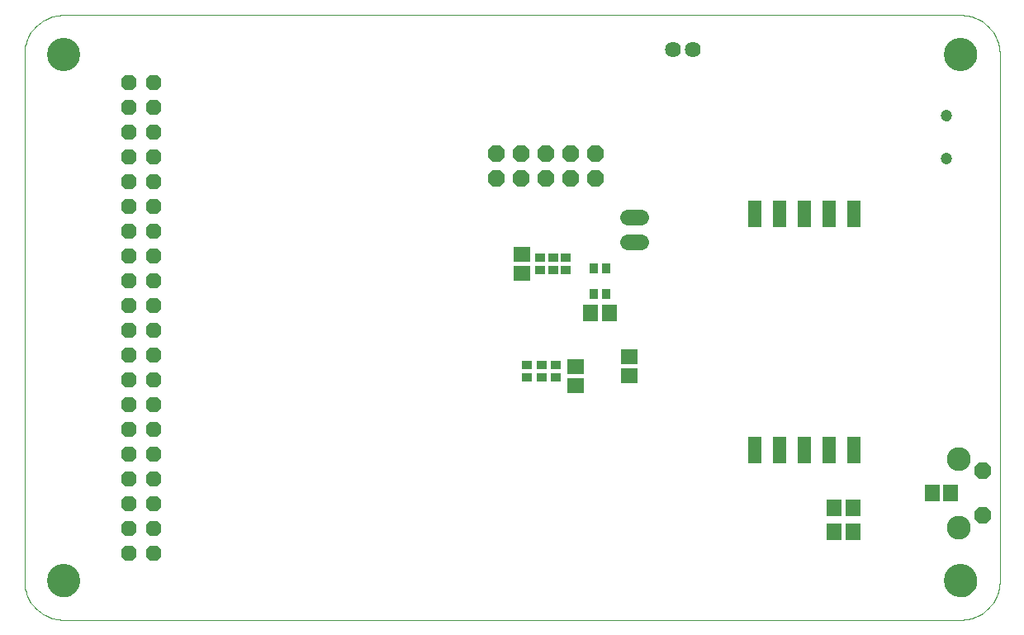
<source format=gbs>
G75*
G70*
%OFA0B0*%
%FSLAX24Y24*%
%IPPOS*%
%LPD*%
%AMOC8*
5,1,8,0,0,1.08239X$1,22.5*
%
%ADD10R,0.0580X0.1080*%
%ADD11OC8,0.0680*%
%ADD12R,0.0671X0.0592*%
%ADD13C,0.0620*%
%ADD14OC8,0.0620*%
%ADD15R,0.0434X0.0356*%
%ADD16R,0.0592X0.0671*%
%ADD17C,0.0000*%
%ADD18C,0.0474*%
%ADD19C,0.0640*%
%ADD20C,0.0965*%
%ADD21C,0.1340*%
%ADD22R,0.0356X0.0434*%
D10*
X035895Y010272D03*
X036895Y010272D03*
X037895Y010272D03*
X038895Y010272D03*
X039895Y010272D03*
X039895Y019788D03*
X038895Y019788D03*
X037895Y019788D03*
X036895Y019788D03*
X035895Y019788D03*
D11*
X029462Y021223D03*
X028462Y021223D03*
X027462Y021223D03*
X026462Y021223D03*
X025462Y021223D03*
X025462Y022223D03*
X026462Y022223D03*
X027462Y022223D03*
X028462Y022223D03*
X029462Y022223D03*
X045078Y009424D03*
X045078Y007644D03*
D12*
X030809Y013278D03*
X030809Y014026D03*
X028643Y013632D03*
X028643Y012884D03*
X026478Y017412D03*
X026478Y018160D03*
D13*
X030736Y018664D02*
X031276Y018664D01*
X031276Y019664D02*
X030736Y019664D01*
D14*
X011624Y020120D03*
X010624Y020120D03*
X010624Y021120D03*
X011624Y021120D03*
X011624Y022120D03*
X010624Y022120D03*
X010624Y023120D03*
X011624Y023120D03*
X011624Y024120D03*
X010624Y024120D03*
X010624Y025120D03*
X011624Y025120D03*
X011624Y019120D03*
X010624Y019120D03*
X010624Y018120D03*
X011624Y018120D03*
X011624Y017120D03*
X010624Y017120D03*
X010624Y016120D03*
X011624Y016120D03*
X011624Y015120D03*
X010624Y015120D03*
X010624Y014120D03*
X011624Y014120D03*
X011624Y013120D03*
X010624Y013120D03*
X010624Y012120D03*
X011624Y012120D03*
X011624Y011120D03*
X010624Y011120D03*
X010624Y010120D03*
X011624Y010120D03*
X011624Y009120D03*
X010624Y009120D03*
X010624Y008120D03*
X011624Y008120D03*
X011624Y007120D03*
X010624Y007120D03*
X010624Y006120D03*
X011624Y006120D03*
D15*
X026675Y013199D03*
X027265Y013199D03*
X027856Y013199D03*
X027856Y013711D03*
X027265Y013711D03*
X026675Y013711D03*
X027226Y017530D03*
X027738Y017530D03*
X028250Y017530D03*
X028250Y018042D03*
X027738Y018042D03*
X027226Y018042D03*
D16*
X029254Y015817D03*
X030002Y015817D03*
X039096Y007943D03*
X039844Y007943D03*
X039844Y006959D03*
X039096Y006959D03*
X043033Y008534D03*
X043781Y008534D03*
D17*
X044194Y003416D02*
X007974Y003416D01*
X007344Y004990D02*
X007346Y005040D01*
X007352Y005090D01*
X007362Y005139D01*
X007376Y005187D01*
X007393Y005234D01*
X007414Y005279D01*
X007439Y005323D01*
X007467Y005364D01*
X007499Y005403D01*
X007533Y005440D01*
X007570Y005474D01*
X007610Y005504D01*
X007652Y005531D01*
X007696Y005555D01*
X007742Y005576D01*
X007789Y005592D01*
X007837Y005605D01*
X007887Y005614D01*
X007936Y005619D01*
X007987Y005620D01*
X008037Y005617D01*
X008086Y005610D01*
X008135Y005599D01*
X008183Y005584D01*
X008229Y005566D01*
X008274Y005544D01*
X008317Y005518D01*
X008358Y005489D01*
X008397Y005457D01*
X008433Y005422D01*
X008465Y005384D01*
X008495Y005344D01*
X008522Y005301D01*
X008545Y005257D01*
X008564Y005211D01*
X008580Y005163D01*
X008592Y005114D01*
X008600Y005065D01*
X008604Y005015D01*
X008604Y004965D01*
X008600Y004915D01*
X008592Y004866D01*
X008580Y004817D01*
X008564Y004769D01*
X008545Y004723D01*
X008522Y004679D01*
X008495Y004636D01*
X008465Y004596D01*
X008433Y004558D01*
X008397Y004523D01*
X008358Y004491D01*
X008317Y004462D01*
X008274Y004436D01*
X008229Y004414D01*
X008183Y004396D01*
X008135Y004381D01*
X008086Y004370D01*
X008037Y004363D01*
X007987Y004360D01*
X007936Y004361D01*
X007887Y004366D01*
X007837Y004375D01*
X007789Y004388D01*
X007742Y004404D01*
X007696Y004425D01*
X007652Y004449D01*
X007610Y004476D01*
X007570Y004506D01*
X007533Y004540D01*
X007499Y004577D01*
X007467Y004616D01*
X007439Y004657D01*
X007414Y004701D01*
X007393Y004746D01*
X007376Y004793D01*
X007362Y004841D01*
X007352Y004890D01*
X007346Y004940D01*
X007344Y004990D01*
X006399Y004990D02*
X006401Y004913D01*
X006407Y004836D01*
X006416Y004759D01*
X006429Y004683D01*
X006446Y004607D01*
X006467Y004533D01*
X006491Y004459D01*
X006519Y004387D01*
X006550Y004317D01*
X006585Y004248D01*
X006623Y004180D01*
X006664Y004115D01*
X006709Y004052D01*
X006757Y003991D01*
X006807Y003932D01*
X006860Y003876D01*
X006916Y003823D01*
X006975Y003773D01*
X007036Y003725D01*
X007099Y003680D01*
X007164Y003639D01*
X007232Y003601D01*
X007301Y003566D01*
X007371Y003535D01*
X007443Y003507D01*
X007517Y003483D01*
X007591Y003462D01*
X007667Y003445D01*
X007743Y003432D01*
X007820Y003423D01*
X007897Y003417D01*
X007974Y003415D01*
X007897Y003417D01*
X007820Y003423D01*
X007743Y003432D01*
X007667Y003445D01*
X007591Y003462D01*
X007517Y003483D01*
X007443Y003507D01*
X007371Y003535D01*
X007301Y003566D01*
X007232Y003601D01*
X007164Y003639D01*
X007099Y003680D01*
X007036Y003725D01*
X006975Y003773D01*
X006916Y003823D01*
X006860Y003876D01*
X006807Y003932D01*
X006757Y003991D01*
X006709Y004052D01*
X006664Y004115D01*
X006623Y004180D01*
X006585Y004248D01*
X006550Y004317D01*
X006519Y004387D01*
X006491Y004459D01*
X006467Y004533D01*
X006446Y004607D01*
X006429Y004683D01*
X006416Y004759D01*
X006407Y004836D01*
X006401Y004913D01*
X006399Y004990D01*
X006399Y026250D01*
X007344Y026250D02*
X007346Y026300D01*
X007352Y026350D01*
X007362Y026399D01*
X007376Y026447D01*
X007393Y026494D01*
X007414Y026539D01*
X007439Y026583D01*
X007467Y026624D01*
X007499Y026663D01*
X007533Y026700D01*
X007570Y026734D01*
X007610Y026764D01*
X007652Y026791D01*
X007696Y026815D01*
X007742Y026836D01*
X007789Y026852D01*
X007837Y026865D01*
X007887Y026874D01*
X007936Y026879D01*
X007987Y026880D01*
X008037Y026877D01*
X008086Y026870D01*
X008135Y026859D01*
X008183Y026844D01*
X008229Y026826D01*
X008274Y026804D01*
X008317Y026778D01*
X008358Y026749D01*
X008397Y026717D01*
X008433Y026682D01*
X008465Y026644D01*
X008495Y026604D01*
X008522Y026561D01*
X008545Y026517D01*
X008564Y026471D01*
X008580Y026423D01*
X008592Y026374D01*
X008600Y026325D01*
X008604Y026275D01*
X008604Y026225D01*
X008600Y026175D01*
X008592Y026126D01*
X008580Y026077D01*
X008564Y026029D01*
X008545Y025983D01*
X008522Y025939D01*
X008495Y025896D01*
X008465Y025856D01*
X008433Y025818D01*
X008397Y025783D01*
X008358Y025751D01*
X008317Y025722D01*
X008274Y025696D01*
X008229Y025674D01*
X008183Y025656D01*
X008135Y025641D01*
X008086Y025630D01*
X008037Y025623D01*
X007987Y025620D01*
X007936Y025621D01*
X007887Y025626D01*
X007837Y025635D01*
X007789Y025648D01*
X007742Y025664D01*
X007696Y025685D01*
X007652Y025709D01*
X007610Y025736D01*
X007570Y025766D01*
X007533Y025800D01*
X007499Y025837D01*
X007467Y025876D01*
X007439Y025917D01*
X007414Y025961D01*
X007393Y026006D01*
X007376Y026053D01*
X007362Y026101D01*
X007352Y026150D01*
X007346Y026200D01*
X007344Y026250D01*
X006399Y026250D02*
X006401Y026327D01*
X006407Y026404D01*
X006416Y026481D01*
X006429Y026557D01*
X006446Y026633D01*
X006467Y026707D01*
X006491Y026781D01*
X006519Y026853D01*
X006550Y026923D01*
X006585Y026992D01*
X006623Y027060D01*
X006664Y027125D01*
X006709Y027188D01*
X006757Y027249D01*
X006807Y027308D01*
X006860Y027364D01*
X006916Y027417D01*
X006975Y027467D01*
X007036Y027515D01*
X007099Y027560D01*
X007164Y027601D01*
X007232Y027639D01*
X007301Y027674D01*
X007371Y027705D01*
X007443Y027733D01*
X007517Y027757D01*
X007591Y027778D01*
X007667Y027795D01*
X007743Y027808D01*
X007820Y027817D01*
X007897Y027823D01*
X007974Y027825D01*
X044194Y027825D01*
X043564Y026250D02*
X043566Y026300D01*
X043572Y026350D01*
X043582Y026399D01*
X043596Y026447D01*
X043613Y026494D01*
X043634Y026539D01*
X043659Y026583D01*
X043687Y026624D01*
X043719Y026663D01*
X043753Y026700D01*
X043790Y026734D01*
X043830Y026764D01*
X043872Y026791D01*
X043916Y026815D01*
X043962Y026836D01*
X044009Y026852D01*
X044057Y026865D01*
X044107Y026874D01*
X044156Y026879D01*
X044207Y026880D01*
X044257Y026877D01*
X044306Y026870D01*
X044355Y026859D01*
X044403Y026844D01*
X044449Y026826D01*
X044494Y026804D01*
X044537Y026778D01*
X044578Y026749D01*
X044617Y026717D01*
X044653Y026682D01*
X044685Y026644D01*
X044715Y026604D01*
X044742Y026561D01*
X044765Y026517D01*
X044784Y026471D01*
X044800Y026423D01*
X044812Y026374D01*
X044820Y026325D01*
X044824Y026275D01*
X044824Y026225D01*
X044820Y026175D01*
X044812Y026126D01*
X044800Y026077D01*
X044784Y026029D01*
X044765Y025983D01*
X044742Y025939D01*
X044715Y025896D01*
X044685Y025856D01*
X044653Y025818D01*
X044617Y025783D01*
X044578Y025751D01*
X044537Y025722D01*
X044494Y025696D01*
X044449Y025674D01*
X044403Y025656D01*
X044355Y025641D01*
X044306Y025630D01*
X044257Y025623D01*
X044207Y025620D01*
X044156Y025621D01*
X044107Y025626D01*
X044057Y025635D01*
X044009Y025648D01*
X043962Y025664D01*
X043916Y025685D01*
X043872Y025709D01*
X043830Y025736D01*
X043790Y025766D01*
X043753Y025800D01*
X043719Y025837D01*
X043687Y025876D01*
X043659Y025917D01*
X043634Y025961D01*
X043613Y026006D01*
X043596Y026053D01*
X043582Y026101D01*
X043572Y026150D01*
X043566Y026200D01*
X043564Y026250D01*
X044194Y027825D02*
X044271Y027823D01*
X044348Y027817D01*
X044425Y027808D01*
X044501Y027795D01*
X044577Y027778D01*
X044651Y027757D01*
X044725Y027733D01*
X044797Y027705D01*
X044867Y027674D01*
X044936Y027639D01*
X045004Y027601D01*
X045069Y027560D01*
X045132Y027515D01*
X045193Y027467D01*
X045252Y027417D01*
X045308Y027364D01*
X045361Y027308D01*
X045411Y027249D01*
X045459Y027188D01*
X045504Y027125D01*
X045545Y027060D01*
X045583Y026992D01*
X045618Y026923D01*
X045649Y026853D01*
X045677Y026781D01*
X045701Y026707D01*
X045722Y026633D01*
X045739Y026557D01*
X045752Y026481D01*
X045761Y026404D01*
X045767Y026327D01*
X045769Y026250D01*
X045769Y004990D01*
X043564Y004990D02*
X043566Y005040D01*
X043572Y005090D01*
X043582Y005139D01*
X043596Y005187D01*
X043613Y005234D01*
X043634Y005279D01*
X043659Y005323D01*
X043687Y005364D01*
X043719Y005403D01*
X043753Y005440D01*
X043790Y005474D01*
X043830Y005504D01*
X043872Y005531D01*
X043916Y005555D01*
X043962Y005576D01*
X044009Y005592D01*
X044057Y005605D01*
X044107Y005614D01*
X044156Y005619D01*
X044207Y005620D01*
X044257Y005617D01*
X044306Y005610D01*
X044355Y005599D01*
X044403Y005584D01*
X044449Y005566D01*
X044494Y005544D01*
X044537Y005518D01*
X044578Y005489D01*
X044617Y005457D01*
X044653Y005422D01*
X044685Y005384D01*
X044715Y005344D01*
X044742Y005301D01*
X044765Y005257D01*
X044784Y005211D01*
X044800Y005163D01*
X044812Y005114D01*
X044820Y005065D01*
X044824Y005015D01*
X044824Y004965D01*
X044820Y004915D01*
X044812Y004866D01*
X044800Y004817D01*
X044784Y004769D01*
X044765Y004723D01*
X044742Y004679D01*
X044715Y004636D01*
X044685Y004596D01*
X044653Y004558D01*
X044617Y004523D01*
X044578Y004491D01*
X044537Y004462D01*
X044494Y004436D01*
X044449Y004414D01*
X044403Y004396D01*
X044355Y004381D01*
X044306Y004370D01*
X044257Y004363D01*
X044207Y004360D01*
X044156Y004361D01*
X044107Y004366D01*
X044057Y004375D01*
X044009Y004388D01*
X043962Y004404D01*
X043916Y004425D01*
X043872Y004449D01*
X043830Y004476D01*
X043790Y004506D01*
X043753Y004540D01*
X043719Y004577D01*
X043687Y004616D01*
X043659Y004657D01*
X043634Y004701D01*
X043613Y004746D01*
X043596Y004793D01*
X043582Y004841D01*
X043572Y004890D01*
X043566Y004940D01*
X043564Y004990D01*
X044194Y003415D02*
X044271Y003417D01*
X044348Y003423D01*
X044425Y003432D01*
X044501Y003445D01*
X044577Y003462D01*
X044651Y003483D01*
X044725Y003507D01*
X044797Y003535D01*
X044867Y003566D01*
X044936Y003601D01*
X045004Y003639D01*
X045069Y003680D01*
X045132Y003725D01*
X045193Y003773D01*
X045252Y003823D01*
X045308Y003876D01*
X045361Y003932D01*
X045411Y003991D01*
X045459Y004052D01*
X045504Y004115D01*
X045545Y004180D01*
X045583Y004248D01*
X045618Y004317D01*
X045649Y004387D01*
X045677Y004459D01*
X045701Y004533D01*
X045722Y004607D01*
X045739Y004683D01*
X045752Y004759D01*
X045761Y004836D01*
X045767Y004913D01*
X045769Y004990D01*
X045767Y004913D01*
X045761Y004836D01*
X045752Y004759D01*
X045739Y004683D01*
X045722Y004607D01*
X045701Y004533D01*
X045677Y004459D01*
X045649Y004387D01*
X045618Y004317D01*
X045583Y004248D01*
X045545Y004180D01*
X045504Y004115D01*
X045459Y004052D01*
X045411Y003991D01*
X045361Y003932D01*
X045308Y003876D01*
X045252Y003823D01*
X045193Y003773D01*
X045132Y003725D01*
X045069Y003680D01*
X045004Y003639D01*
X044936Y003601D01*
X044867Y003566D01*
X044797Y003535D01*
X044725Y003507D01*
X044651Y003483D01*
X044577Y003462D01*
X044501Y003445D01*
X044425Y003432D01*
X044348Y003423D01*
X044271Y003417D01*
X044194Y003415D01*
X044271Y003417D01*
X044348Y003423D01*
X044425Y003432D01*
X044501Y003445D01*
X044577Y003462D01*
X044651Y003483D01*
X044725Y003507D01*
X044797Y003535D01*
X044867Y003566D01*
X044936Y003601D01*
X045004Y003639D01*
X045069Y003680D01*
X045132Y003725D01*
X045193Y003773D01*
X045252Y003823D01*
X045308Y003876D01*
X045361Y003932D01*
X045411Y003991D01*
X045459Y004052D01*
X045504Y004115D01*
X045545Y004180D01*
X045583Y004248D01*
X045618Y004317D01*
X045649Y004387D01*
X045677Y004459D01*
X045701Y004533D01*
X045722Y004607D01*
X045739Y004683D01*
X045752Y004759D01*
X045761Y004836D01*
X045767Y004913D01*
X045769Y004990D01*
X043407Y022038D02*
X043409Y022065D01*
X043415Y022092D01*
X043424Y022118D01*
X043437Y022142D01*
X043453Y022165D01*
X043472Y022184D01*
X043494Y022201D01*
X043518Y022215D01*
X043543Y022225D01*
X043570Y022232D01*
X043597Y022235D01*
X043625Y022234D01*
X043652Y022229D01*
X043678Y022221D01*
X043702Y022209D01*
X043725Y022193D01*
X043746Y022175D01*
X043763Y022154D01*
X043778Y022130D01*
X043789Y022105D01*
X043797Y022079D01*
X043801Y022052D01*
X043801Y022024D01*
X043797Y021997D01*
X043789Y021971D01*
X043778Y021946D01*
X043763Y021922D01*
X043746Y021901D01*
X043725Y021883D01*
X043703Y021867D01*
X043678Y021855D01*
X043652Y021847D01*
X043625Y021842D01*
X043597Y021841D01*
X043570Y021844D01*
X043543Y021851D01*
X043518Y021861D01*
X043494Y021875D01*
X043472Y021892D01*
X043453Y021911D01*
X043437Y021934D01*
X043424Y021958D01*
X043415Y021984D01*
X043409Y022011D01*
X043407Y022038D01*
X043407Y023770D02*
X043409Y023797D01*
X043415Y023824D01*
X043424Y023850D01*
X043437Y023874D01*
X043453Y023897D01*
X043472Y023916D01*
X043494Y023933D01*
X043518Y023947D01*
X043543Y023957D01*
X043570Y023964D01*
X043597Y023967D01*
X043625Y023966D01*
X043652Y023961D01*
X043678Y023953D01*
X043702Y023941D01*
X043725Y023925D01*
X043746Y023907D01*
X043763Y023886D01*
X043778Y023862D01*
X043789Y023837D01*
X043797Y023811D01*
X043801Y023784D01*
X043801Y023756D01*
X043797Y023729D01*
X043789Y023703D01*
X043778Y023678D01*
X043763Y023654D01*
X043746Y023633D01*
X043725Y023615D01*
X043703Y023599D01*
X043678Y023587D01*
X043652Y023579D01*
X043625Y023574D01*
X043597Y023573D01*
X043570Y023576D01*
X043543Y023583D01*
X043518Y023593D01*
X043494Y023607D01*
X043472Y023624D01*
X043453Y023643D01*
X043437Y023666D01*
X043424Y023690D01*
X043415Y023716D01*
X043409Y023743D01*
X043407Y023770D01*
X045769Y026250D02*
X045767Y026327D01*
X045761Y026404D01*
X045752Y026481D01*
X045739Y026557D01*
X045722Y026633D01*
X045701Y026707D01*
X045677Y026781D01*
X045649Y026853D01*
X045618Y026923D01*
X045583Y026992D01*
X045545Y027060D01*
X045504Y027125D01*
X045459Y027188D01*
X045411Y027249D01*
X045361Y027308D01*
X045308Y027364D01*
X045252Y027417D01*
X045193Y027467D01*
X045132Y027515D01*
X045069Y027560D01*
X045004Y027601D01*
X044936Y027639D01*
X044867Y027674D01*
X044797Y027705D01*
X044725Y027733D01*
X044651Y027757D01*
X044577Y027778D01*
X044501Y027795D01*
X044425Y027808D01*
X044348Y027817D01*
X044271Y027823D01*
X044194Y027825D01*
X044271Y027823D01*
X044348Y027817D01*
X044425Y027808D01*
X044501Y027795D01*
X044577Y027778D01*
X044651Y027757D01*
X044725Y027733D01*
X044797Y027705D01*
X044867Y027674D01*
X044936Y027639D01*
X045004Y027601D01*
X045069Y027560D01*
X045132Y027515D01*
X045193Y027467D01*
X045252Y027417D01*
X045308Y027364D01*
X045361Y027308D01*
X045411Y027249D01*
X045459Y027188D01*
X045504Y027125D01*
X045545Y027060D01*
X045583Y026992D01*
X045618Y026923D01*
X045649Y026853D01*
X045677Y026781D01*
X045701Y026707D01*
X045722Y026633D01*
X045739Y026557D01*
X045752Y026481D01*
X045761Y026404D01*
X045767Y026327D01*
X045769Y026250D01*
X007974Y027825D02*
X007897Y027823D01*
X007820Y027817D01*
X007743Y027808D01*
X007667Y027795D01*
X007591Y027778D01*
X007517Y027757D01*
X007443Y027733D01*
X007371Y027705D01*
X007301Y027674D01*
X007232Y027639D01*
X007164Y027601D01*
X007099Y027560D01*
X007036Y027515D01*
X006975Y027467D01*
X006916Y027417D01*
X006860Y027364D01*
X006807Y027308D01*
X006757Y027249D01*
X006709Y027188D01*
X006664Y027125D01*
X006623Y027060D01*
X006585Y026992D01*
X006550Y026923D01*
X006519Y026853D01*
X006491Y026781D01*
X006467Y026707D01*
X006446Y026633D01*
X006429Y026557D01*
X006416Y026481D01*
X006407Y026404D01*
X006401Y026327D01*
X006399Y026250D01*
X006401Y026327D01*
X006407Y026404D01*
X006416Y026481D01*
X006429Y026557D01*
X006446Y026633D01*
X006467Y026707D01*
X006491Y026781D01*
X006519Y026853D01*
X006550Y026923D01*
X006585Y026992D01*
X006623Y027060D01*
X006664Y027125D01*
X006709Y027188D01*
X006757Y027249D01*
X006807Y027308D01*
X006860Y027364D01*
X006916Y027417D01*
X006975Y027467D01*
X007036Y027515D01*
X007099Y027560D01*
X007164Y027601D01*
X007232Y027639D01*
X007301Y027674D01*
X007371Y027705D01*
X007443Y027733D01*
X007517Y027757D01*
X007591Y027778D01*
X007667Y027795D01*
X007743Y027808D01*
X007820Y027817D01*
X007897Y027823D01*
X007974Y027825D01*
X006399Y004990D02*
X006401Y004913D01*
X006407Y004836D01*
X006416Y004759D01*
X006429Y004683D01*
X006446Y004607D01*
X006467Y004533D01*
X006491Y004459D01*
X006519Y004387D01*
X006550Y004317D01*
X006585Y004248D01*
X006623Y004180D01*
X006664Y004115D01*
X006709Y004052D01*
X006757Y003991D01*
X006807Y003932D01*
X006860Y003876D01*
X006916Y003823D01*
X006975Y003773D01*
X007036Y003725D01*
X007099Y003680D01*
X007164Y003639D01*
X007232Y003601D01*
X007301Y003566D01*
X007371Y003535D01*
X007443Y003507D01*
X007517Y003483D01*
X007591Y003462D01*
X007667Y003445D01*
X007743Y003432D01*
X007820Y003423D01*
X007897Y003417D01*
X007974Y003415D01*
D18*
X043604Y022038D03*
X043604Y023770D03*
D19*
X033368Y026447D03*
X032580Y026447D03*
D20*
X044098Y009914D03*
X044098Y007154D03*
D21*
X044194Y004990D03*
X044194Y026250D03*
X007974Y026250D03*
X007974Y004990D03*
D22*
X029372Y016565D03*
X029883Y016565D03*
X029883Y017589D03*
X029372Y017589D03*
M02*

</source>
